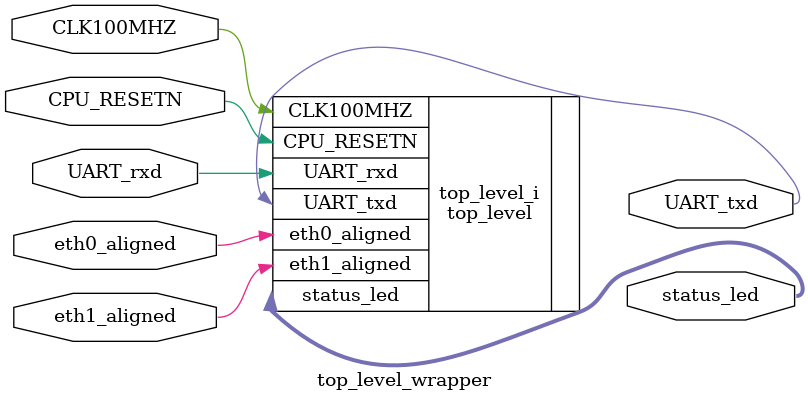
<source format=v>
`timescale 1 ps / 1 ps

module top_level_wrapper
   (CLK100MHZ,
    CPU_RESETN,
    UART_rxd,
    UART_txd,
    eth0_aligned,
    eth1_aligned,
    status_led);
  input CLK100MHZ;
  input CPU_RESETN;
  input UART_rxd;
  output UART_txd;
  input eth0_aligned;
  input eth1_aligned;
  output [3:0]status_led;

  wire CLK100MHZ;
  wire CPU_RESETN;
  wire UART_rxd;
  wire UART_txd;
  wire eth0_aligned;
  wire eth1_aligned;
  wire [3:0]status_led;

  top_level top_level_i
       (.CLK100MHZ(CLK100MHZ),
        .CPU_RESETN(CPU_RESETN),
        .UART_rxd(UART_rxd),
        .UART_txd(UART_txd),
        .eth0_aligned(eth0_aligned),
        .eth1_aligned(eth1_aligned),
        .status_led(status_led));
endmodule

</source>
